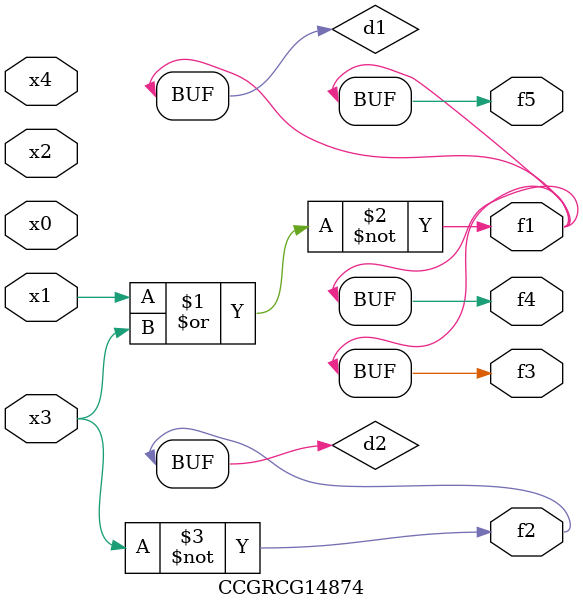
<source format=v>
module CCGRCG14874(
	input x0, x1, x2, x3, x4,
	output f1, f2, f3, f4, f5
);

	wire d1, d2;

	nor (d1, x1, x3);
	not (d2, x3);
	assign f1 = d1;
	assign f2 = d2;
	assign f3 = d1;
	assign f4 = d1;
	assign f5 = d1;
endmodule

</source>
